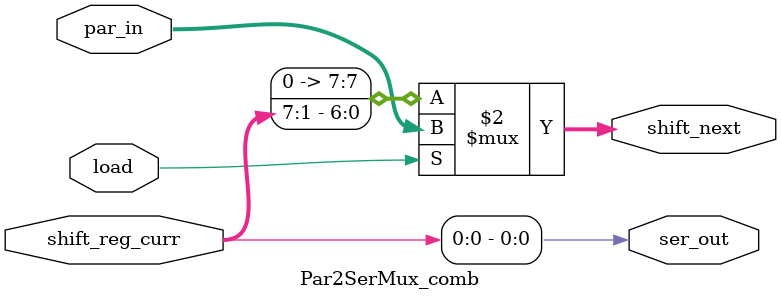
<source format=sv>
module Par2SerMux #(parameter DW=8) (
    input wire clk,
    input wire load,
    input wire [DW-1:0] par_in,
    output wire ser_out
);

    wire [DW-1:0] shift_next_comb;
    reg  [DW-1:0] shift_reg;
    wire ser_out_comb;

    // Combinational logic for next shift value
    Par2SerMux_comb #(.DW(DW)) u_comb (
        .load(load),
        .par_in(par_in),
        .shift_reg_curr(shift_reg),
        .shift_next(shift_next_comb),
        .ser_out(ser_out_comb)
    );

    // Sequential logic for shift register
    always @(posedge clk) begin
        shift_reg <= shift_next_comb;
    end

    assign ser_out = ser_out_comb;

endmodule

module Par2SerMux_comb #(parameter DW=8) (
    input wire load,
    input wire [DW-1:0] par_in,
    input wire [DW-1:0] shift_reg_curr,
    output wire [DW-1:0] shift_next,
    output wire ser_out
);

    // Combinational logic for next shift value
    assign shift_next = load ? par_in : (shift_reg_curr >> 1);

    // Combinational logic for serial output
    assign ser_out = shift_reg_curr[0];

endmodule
</source>
